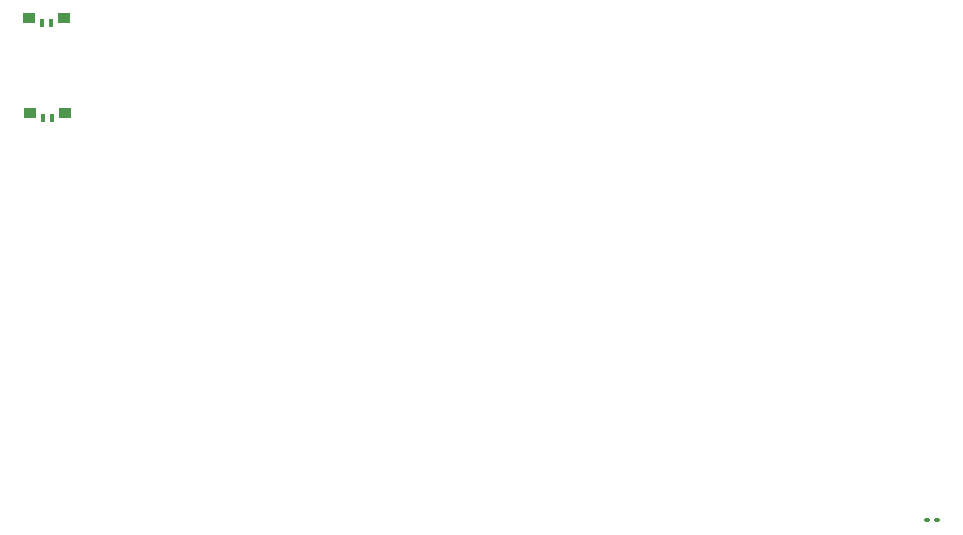
<source format=gtp>
G04 #@! TF.GenerationSoftware,KiCad,Pcbnew,8.0.5*
G04 #@! TF.CreationDate,2024-12-27T19:52:07-05:00*
G04 #@! TF.ProjectId,RoboCup25PCBv1,526f626f-4375-4703-9235-50434276312e,rev?*
G04 #@! TF.SameCoordinates,Original*
G04 #@! TF.FileFunction,Paste,Top*
G04 #@! TF.FilePolarity,Positive*
%FSLAX46Y46*%
G04 Gerber Fmt 4.6, Leading zero omitted, Abs format (unit mm)*
G04 Created by KiCad (PCBNEW 8.0.5) date 2024-12-27 19:52:07*
%MOMM*%
%LPD*%
G01*
G04 APERTURE LIST*
G04 Aperture macros list*
%AMRoundRect*
0 Rectangle with rounded corners*
0 $1 Rounding radius*
0 $2 $3 $4 $5 $6 $7 $8 $9 X,Y pos of 4 corners*
0 Add a 4 corners polygon primitive as box body*
4,1,4,$2,$3,$4,$5,$6,$7,$8,$9,$2,$3,0*
0 Add four circle primitives for the rounded corners*
1,1,$1+$1,$2,$3*
1,1,$1+$1,$4,$5*
1,1,$1+$1,$6,$7*
1,1,$1+$1,$8,$9*
0 Add four rect primitives between the rounded corners*
20,1,$1+$1,$2,$3,$4,$5,0*
20,1,$1+$1,$4,$5,$6,$7,0*
20,1,$1+$1,$6,$7,$8,$9,0*
20,1,$1+$1,$8,$9,$2,$3,0*%
G04 Aperture macros list end*
%ADD10R,1.000000X0.900000*%
%ADD11R,0.400000X0.800000*%
%ADD12RoundRect,0.090000X-0.139000X-0.090000X0.139000X-0.090000X0.139000X0.090000X-0.139000X0.090000X0*%
G04 APERTURE END LIST*
D10*
X262067500Y-187000000D03*
X265067500Y-187000000D03*
D11*
X263967500Y-187450000D03*
X263167500Y-187450000D03*
D12*
X338067500Y-221500000D03*
X338932500Y-221500000D03*
D10*
X262000000Y-179000000D03*
X265000000Y-179000000D03*
D11*
X263900000Y-179450000D03*
X263100000Y-179450000D03*
M02*

</source>
